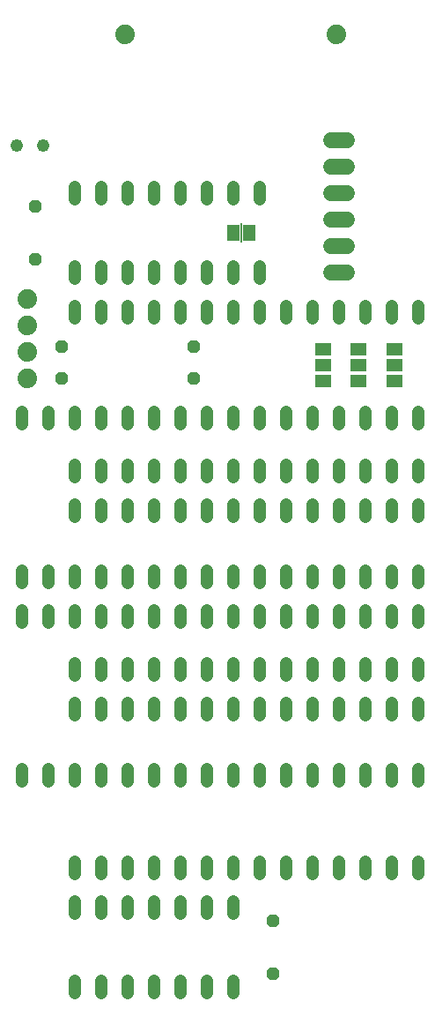
<source format=gts>
G04 EAGLE Gerber RS-274X export*
G75*
%MOMM*%
%FSLAX34Y34*%
%LPD*%
%INTop Solder Mask*%
%IPPOS*%
%AMOC8*
5,1,8,0,0,1.08239X$1,22.5*%
G01*
%ADD10C,1.219200*%
%ADD11C,1.879600*%
%ADD12R,1.600200X1.168400*%
%ADD13C,1.524000*%
%ADD14C,1.219200*%
%ADD15P,1.319650X8X202.500000*%
%ADD16P,1.319650X8X112.500000*%
%ADD17P,1.319650X8X292.500000*%
%ADD18R,1.168400X1.600200*%
%ADD19R,0.152400X1.828800*%


D10*
X408940Y679196D02*
X408940Y667004D01*
X383540Y667004D02*
X383540Y679196D01*
X358140Y679196D02*
X358140Y667004D01*
X332740Y667004D02*
X332740Y679196D01*
X307340Y679196D02*
X307340Y667004D01*
X281940Y667004D02*
X281940Y679196D01*
X256540Y679196D02*
X256540Y667004D01*
X231140Y667004D02*
X231140Y679196D01*
X205740Y679196D02*
X205740Y667004D01*
X180340Y667004D02*
X180340Y679196D01*
X154940Y679196D02*
X154940Y667004D01*
X129540Y667004D02*
X129540Y679196D01*
X104140Y679196D02*
X104140Y667004D01*
X78740Y667004D02*
X78740Y679196D01*
X78740Y526796D02*
X78740Y514604D01*
X104140Y514604D02*
X104140Y526796D01*
X129540Y526796D02*
X129540Y514604D01*
X154940Y514604D02*
X154940Y526796D01*
X180340Y526796D02*
X180340Y514604D01*
X205740Y514604D02*
X205740Y526796D01*
X231140Y526796D02*
X231140Y514604D01*
X256540Y514604D02*
X256540Y526796D01*
X281940Y526796D02*
X281940Y514604D01*
X307340Y514604D02*
X307340Y526796D01*
X332740Y526796D02*
X332740Y514604D01*
X358140Y514604D02*
X358140Y526796D01*
X383540Y526796D02*
X383540Y514604D01*
X408940Y514604D02*
X408940Y526796D01*
X408940Y565404D02*
X408940Y577596D01*
X383540Y577596D02*
X383540Y565404D01*
X256540Y565404D02*
X256540Y577596D01*
X231140Y577596D02*
X231140Y565404D01*
X358140Y565404D02*
X358140Y577596D01*
X332740Y577596D02*
X332740Y565404D01*
X281940Y565404D02*
X281940Y577596D01*
X307340Y577596D02*
X307340Y565404D01*
X205740Y565404D02*
X205740Y577596D01*
X180340Y577596D02*
X180340Y565404D01*
X154940Y565404D02*
X154940Y577596D01*
X129540Y577596D02*
X129540Y565404D01*
X104140Y565404D02*
X104140Y577596D01*
X78740Y577596D02*
X78740Y565404D01*
X53340Y565404D02*
X53340Y577596D01*
X27940Y577596D02*
X27940Y565404D01*
X27940Y425196D02*
X27940Y413004D01*
X53340Y413004D02*
X53340Y425196D01*
X78740Y425196D02*
X78740Y413004D01*
X104140Y413004D02*
X104140Y425196D01*
X129540Y425196D02*
X129540Y413004D01*
X154940Y413004D02*
X154940Y425196D01*
X180340Y425196D02*
X180340Y413004D01*
X205740Y413004D02*
X205740Y425196D01*
X231140Y425196D02*
X231140Y413004D01*
X256540Y413004D02*
X256540Y425196D01*
X281940Y425196D02*
X281940Y413004D01*
X307340Y413004D02*
X307340Y425196D01*
X332740Y425196D02*
X332740Y413004D01*
X358140Y413004D02*
X358140Y425196D01*
X383540Y425196D02*
X383540Y413004D01*
X408940Y413004D02*
X408940Y425196D01*
X408940Y298196D02*
X408940Y286004D01*
X383540Y286004D02*
X383540Y298196D01*
X358140Y298196D02*
X358140Y286004D01*
X332740Y286004D02*
X332740Y298196D01*
X307340Y298196D02*
X307340Y286004D01*
X281940Y286004D02*
X281940Y298196D01*
X256540Y298196D02*
X256540Y286004D01*
X231140Y286004D02*
X231140Y298196D01*
X205740Y298196D02*
X205740Y286004D01*
X180340Y286004D02*
X180340Y298196D01*
X154940Y298196D02*
X154940Y286004D01*
X129540Y286004D02*
X129540Y298196D01*
X104140Y298196D02*
X104140Y286004D01*
X78740Y286004D02*
X78740Y298196D01*
X78740Y145796D02*
X78740Y133604D01*
X104140Y133604D02*
X104140Y145796D01*
X129540Y145796D02*
X129540Y133604D01*
X154940Y133604D02*
X154940Y145796D01*
X180340Y145796D02*
X180340Y133604D01*
X205740Y133604D02*
X205740Y145796D01*
X231140Y145796D02*
X231140Y133604D01*
X256540Y133604D02*
X256540Y145796D01*
X281940Y145796D02*
X281940Y133604D01*
X307340Y133604D02*
X307340Y145796D01*
X332740Y145796D02*
X332740Y133604D01*
X358140Y133604D02*
X358140Y145796D01*
X383540Y145796D02*
X383540Y133604D01*
X408940Y133604D02*
X408940Y145796D01*
X408940Y374904D02*
X408940Y387096D01*
X383540Y387096D02*
X383540Y374904D01*
X256540Y374904D02*
X256540Y387096D01*
X231140Y387096D02*
X231140Y374904D01*
X358140Y374904D02*
X358140Y387096D01*
X332740Y387096D02*
X332740Y374904D01*
X281940Y374904D02*
X281940Y387096D01*
X307340Y387096D02*
X307340Y374904D01*
X205740Y374904D02*
X205740Y387096D01*
X180340Y387096D02*
X180340Y374904D01*
X154940Y374904D02*
X154940Y387096D01*
X129540Y387096D02*
X129540Y374904D01*
X104140Y374904D02*
X104140Y387096D01*
X78740Y387096D02*
X78740Y374904D01*
X53340Y374904D02*
X53340Y387096D01*
X27940Y387096D02*
X27940Y374904D01*
X27940Y234696D02*
X27940Y222504D01*
X53340Y222504D02*
X53340Y234696D01*
X78740Y234696D02*
X78740Y222504D01*
X104140Y222504D02*
X104140Y234696D01*
X129540Y234696D02*
X129540Y222504D01*
X154940Y222504D02*
X154940Y234696D01*
X180340Y234696D02*
X180340Y222504D01*
X205740Y222504D02*
X205740Y234696D01*
X231140Y234696D02*
X231140Y222504D01*
X256540Y222504D02*
X256540Y234696D01*
X281940Y234696D02*
X281940Y222504D01*
X307340Y222504D02*
X307340Y234696D01*
X332740Y234696D02*
X332740Y222504D01*
X358140Y222504D02*
X358140Y234696D01*
X383540Y234696D02*
X383540Y222504D01*
X408940Y222504D02*
X408940Y234696D01*
D11*
X33020Y660400D03*
X33020Y685800D03*
X33020Y609600D03*
X33020Y635000D03*
D10*
X231140Y107696D02*
X231140Y95504D01*
X205740Y95504D02*
X205740Y107696D01*
X78740Y107696D02*
X78740Y95504D01*
X78740Y31496D02*
X78740Y19304D01*
X180340Y95504D02*
X180340Y107696D01*
X154940Y107696D02*
X154940Y95504D01*
X104140Y95504D02*
X104140Y107696D01*
X129540Y107696D02*
X129540Y95504D01*
X104140Y31496D02*
X104140Y19304D01*
X129540Y19304D02*
X129540Y31496D01*
X154940Y31496D02*
X154940Y19304D01*
X180340Y19304D02*
X180340Y31496D01*
X205740Y31496D02*
X205740Y19304D01*
X231140Y19304D02*
X231140Y31496D01*
X408940Y476504D02*
X408940Y488696D01*
X383540Y488696D02*
X383540Y476504D01*
X358140Y476504D02*
X358140Y488696D01*
X332740Y488696D02*
X332740Y476504D01*
X307340Y476504D02*
X307340Y488696D01*
X281940Y488696D02*
X281940Y476504D01*
X256540Y476504D02*
X256540Y488696D01*
X231140Y488696D02*
X231140Y476504D01*
X205740Y476504D02*
X205740Y488696D01*
X180340Y488696D02*
X180340Y476504D01*
X154940Y476504D02*
X154940Y488696D01*
X129540Y488696D02*
X129540Y476504D01*
X104140Y476504D02*
X104140Y488696D01*
X78740Y488696D02*
X78740Y476504D01*
X78740Y336296D02*
X78740Y324104D01*
X104140Y324104D02*
X104140Y336296D01*
X129540Y336296D02*
X129540Y324104D01*
X154940Y324104D02*
X154940Y336296D01*
X180340Y336296D02*
X180340Y324104D01*
X205740Y324104D02*
X205740Y336296D01*
X231140Y336296D02*
X231140Y324104D01*
X256540Y324104D02*
X256540Y336296D01*
X281940Y336296D02*
X281940Y324104D01*
X307340Y324104D02*
X307340Y336296D01*
X332740Y336296D02*
X332740Y324104D01*
X358140Y324104D02*
X358140Y336296D01*
X383540Y336296D02*
X383540Y324104D01*
X408940Y324104D02*
X408940Y336296D01*
D12*
X317500Y637540D03*
X317500Y622300D03*
X317500Y607060D03*
X351790Y637540D03*
X351790Y622300D03*
X351790Y607060D03*
X386080Y637540D03*
X386080Y622300D03*
X386080Y607060D03*
D13*
X340360Y838200D02*
X325120Y838200D01*
X325120Y812800D02*
X340360Y812800D01*
X340360Y787400D02*
X325120Y787400D01*
X325120Y762000D02*
X340360Y762000D01*
X340360Y736600D02*
X325120Y736600D01*
X325120Y711200D02*
X340360Y711200D01*
D10*
X78740Y705104D02*
X78740Y717296D01*
X104140Y717296D02*
X104140Y705104D01*
X231140Y705104D02*
X231140Y717296D01*
X256540Y717296D02*
X256540Y705104D01*
X129540Y705104D02*
X129540Y717296D01*
X154940Y717296D02*
X154940Y705104D01*
X205740Y705104D02*
X205740Y717296D01*
X180340Y717296D02*
X180340Y705104D01*
X256540Y781304D02*
X256540Y793496D01*
X231140Y793496D02*
X231140Y781304D01*
X205740Y781304D02*
X205740Y793496D01*
X180340Y793496D02*
X180340Y781304D01*
X154940Y781304D02*
X154940Y793496D01*
X129540Y793496D02*
X129540Y781304D01*
X104140Y781304D02*
X104140Y793496D01*
X78740Y793496D02*
X78740Y781304D01*
D14*
X22860Y833120D03*
X48260Y833120D03*
D15*
X193040Y640080D03*
X66040Y640080D03*
X193040Y609600D03*
X66040Y609600D03*
D16*
X269240Y38100D03*
X269240Y88900D03*
D17*
X40640Y774700D03*
X40640Y723900D03*
D18*
X231140Y749300D03*
X246380Y749300D03*
D19*
X238760Y749300D03*
D11*
X127000Y939800D03*
X330200Y939800D03*
M02*

</source>
